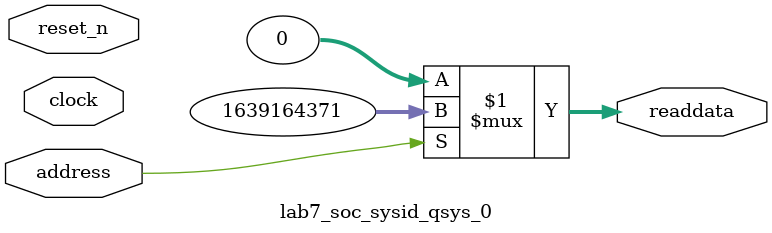
<source format=v>



// synthesis translate_off
`timescale 1ns / 1ps
// synthesis translate_on

// turn off superfluous verilog processor warnings 
// altera message_level Level1 
// altera message_off 10034 10035 10036 10037 10230 10240 10030 

module lab7_soc_sysid_qsys_0 (
               // inputs:
                address,
                clock,
                reset_n,

               // outputs:
                readdata
             )
;

  output  [ 31: 0] readdata;
  input            address;
  input            clock;
  input            reset_n;

  wire    [ 31: 0] readdata;
  //control_slave, which is an e_avalon_slave
  assign readdata = address ? 1639164371 : 0;

endmodule



</source>
